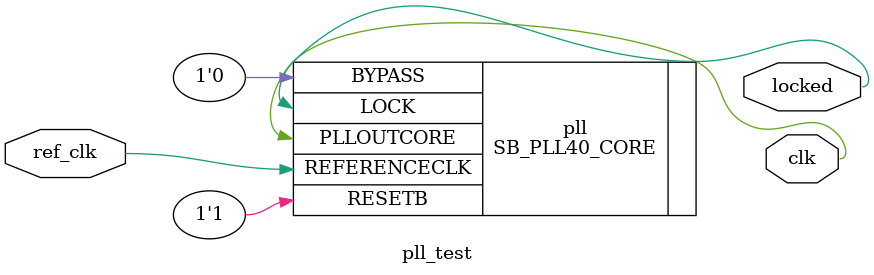
<source format=v>
/*
   $ apio raw "icepll -i 12 -o 96"

   F_PLLIN:    12.000 MHz (given)
   F_PLLOUT:   96.000 MHz (requested)
   F_PLLOUT:   96.000 MHz (achieved)

   FEEDBACK: SIMPLE
   F_PFD:   12.000 MHz
   F_VCO:  768.000 MHz

   DIVR:  0 (4'b0000)
   DIVF: 63 (7'b0111111)
   DIVQ:  3 (3'b011)

   FILTER_RANGE: 1 (3'b001)   
*/                         
module pll_test (          
                           
    // Inputs              
    input   ref_clk,       
                           
    // outputs             
    output  clk,           
    output  locked         
);                         
                           
    // Instantiate PLL (   12 MHz in, 96 MHz out) for iCE_STICK
    SB_PLL40_CORE #(       
        .FEEDBACK_PATH("   SIMPLE"),// don't use fine delay adjustment
        .PLLOUT_SELECT("   GENCLK"),// no phase shift on output
        .DIVR(4'B0000),             // reference clock divider (from icepll tool)
        .DIVF(7'b0111111),          // feedback clock divider (ditto)
        .DIVQ(3'B011),              // VCO clock divider (ditto)
        .FILTER_RANGE(3'B001)       // filter range (ditto)
    ) pll (                
        .REFERENCECLK(ref_clk),     // input clock
        .PLLOUTCORE(clk),           // output clock
        .LOCK(locked),              // locked signal
        .RESETB(1'b1),              // active low reset; set to run always
        .BYPASS(1'b0)               // no bypass, use PLL signal as output
    );                     
                           
endmodule                  
</source>
